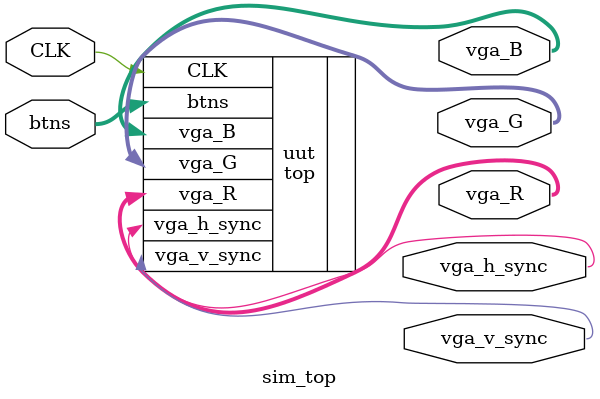
<source format=sv>
module sim_top (
    input logic CLK,
    output logic vga_h_sync,
    output logic vga_v_sync,
    output logic [3:0] vga_R, 
    output logic [3:0] vga_G,
    output logic [3:0] vga_B,
    input logic [3:0] btns
);

    top uut(
        .CLK(CLK),
        .vga_h_sync(vga_h_sync),
        .vga_v_sync(vga_v_sync),
        .vga_R(vga_R), 
        .vga_G(vga_G),
        .vga_B(vga_B),
        .btns(btns)
    );
endmodule

</source>
